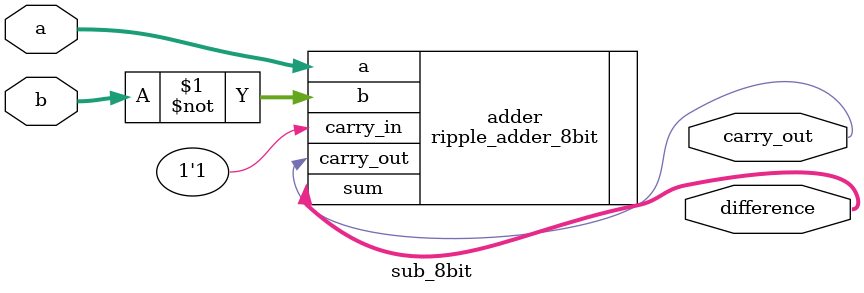
<source format=v>
module sub_8bit(
    output [7:0] difference,
    output carry_out,
    input [7:0] a,
    input [7:0] b
);
    ripple_adder_8bit adder(
        .sum(difference),
        .carry_out(carry_out),
        .a(a),
        .b(~b),
        .carry_in(1'b1)
    );
endmodule

`ifndef SYNTHESIS
module sub_tb;
  reg [7:0] a_8bit, b_8bit;
  wire [7:0] difference;
  wire carry_out_8bit;

  sub_8bit dut_8bit (difference, carry_out_8bit, a_8bit, b_8bit);

  initial begin    
    $display("\n=== Subtraction ===");
    a_8bit = 8'b00000000; b_8bit = 8'b00000000;
    #10 a_8bit = 8'b00000001; b_8bit = 8'b00000001;
    #10 a_8bit = 8'b00000011; b_8bit = 8'b00000011;
    #10 a_8bit = 8'b11111111; b_8bit = 8'b00000001;
    #10 a_8bit = 8'b11111111; b_8bit = 8'b11111111;
    #10 a_8bit = 8'b01010101; b_8bit = 8'b10101010;
    #10 a_8bit = 8'b00000100; b_8bit = 8'b00000010;
    #10 a_8bit = 8'b00000000; b_8bit = 8'b00000001;
    #10 a_8bit = 8'b01100110; b_8bit = 8'b01110111;
    #10 a_8bit = 8'b10000000; b_8bit = 8'b10000000;
    #10 a_8bit = 8'b11110000; b_8bit = 8'b00001111;
    #10 $finish;
  end
  always @(a_8bit or b_8bit) begin
    $strobe("t=%0d | SUB: a=%d b=%d | difference=%d carry=%b", 
            $time, a_8bit, b_8bit, difference, carry_out_8bit);
  end
endmodule
`endif
</source>
